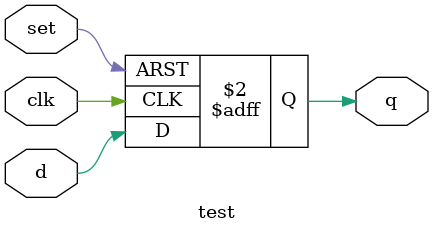
<source format=v>
module test(input d, clk, set, output reg q);
always @(posedge clk or posedge set) 
    if(set)
	    q <= 1;
	else	
        q <= d;
endmodule	

</source>
